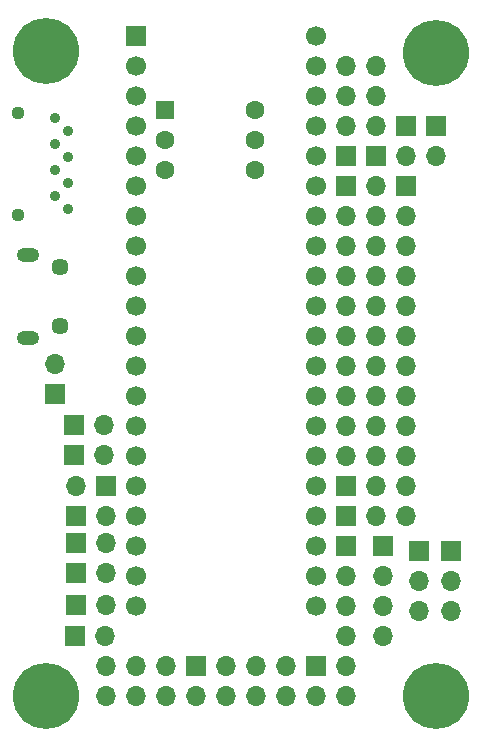
<source format=gbr>
%TF.GenerationSoftware,KiCad,Pcbnew,7.0.7*%
%TF.CreationDate,2023-11-03T20:36:06-04:00*%
%TF.ProjectId,DaisySeedBreakout,44616973-7953-4656-9564-427265616b6f,rev?*%
%TF.SameCoordinates,Original*%
%TF.FileFunction,Soldermask,Bot*%
%TF.FilePolarity,Negative*%
%FSLAX46Y46*%
G04 Gerber Fmt 4.6, Leading zero omitted, Abs format (unit mm)*
G04 Created by KiCad (PCBNEW 7.0.7) date 2023-11-03 20:36:06*
%MOMM*%
%LPD*%
G01*
G04 APERTURE LIST*
%ADD10R,1.700000X1.700000*%
%ADD11O,1.700000X1.700000*%
%ADD12C,5.600000*%
%ADD13C,1.700000*%
%ADD14R,1.600000X1.600000*%
%ADD15C,1.600000*%
%ADD16O,1.900000X1.200000*%
%ADD17C,1.450000*%
%ADD18C,0.914400*%
%ADD19C,1.117600*%
G04 APERTURE END LIST*
D10*
%TO.C,J6*%
X132832544Y-63938518D03*
D11*
X132832544Y-61398518D03*
%TD*%
D12*
%TO.C,H4*%
X165100000Y-35052000D03*
%TD*%
D10*
%TO.C,J17*%
X134620000Y-74250898D03*
D11*
X137160000Y-74250898D03*
%TD*%
D12*
%TO.C,H2*%
X165100000Y-89535000D03*
%TD*%
D10*
%TO.C,J16*%
X165100000Y-41275000D03*
D11*
X165100000Y-43815000D03*
%TD*%
D10*
%TO.C,J24*%
X162542600Y-46355000D03*
D11*
X162542600Y-48895000D03*
X162542600Y-51435000D03*
X162542600Y-53975000D03*
X162542600Y-56515000D03*
X162542600Y-59055000D03*
X162542600Y-61595000D03*
X162542600Y-64135000D03*
X162542600Y-66675000D03*
X162542600Y-69215000D03*
%TD*%
D10*
%TO.C,A1*%
X139700000Y-33655000D03*
D13*
X139700000Y-36195000D03*
X139700000Y-38735000D03*
X139700000Y-41275000D03*
X139700000Y-43815000D03*
X139700000Y-46355000D03*
X139700000Y-48895000D03*
X139700000Y-51435000D03*
X139700000Y-53975000D03*
X139700000Y-56515000D03*
X139700000Y-59055000D03*
X139700000Y-61595000D03*
X139700000Y-64135000D03*
X139700000Y-66675000D03*
X139700000Y-69215000D03*
X139700000Y-71755000D03*
X139700000Y-74295000D03*
X139700000Y-76835000D03*
X139700000Y-79375000D03*
X139700000Y-81915000D03*
X154940000Y-81915000D03*
X154940000Y-79375000D03*
X154940000Y-76835000D03*
X154940000Y-74295000D03*
X154940000Y-71755000D03*
X154940000Y-69215000D03*
X154940000Y-66675000D03*
X154940000Y-64135000D03*
X154940000Y-61595000D03*
X154940000Y-59055000D03*
X154940000Y-56515000D03*
X154940000Y-53975000D03*
X154940000Y-51435000D03*
X154940000Y-48895000D03*
X154940000Y-46355000D03*
X154940000Y-43815000D03*
X154940000Y-41275000D03*
X154940000Y-38735000D03*
X154940000Y-36195000D03*
X154940000Y-33655000D03*
%TD*%
D10*
%TO.C,J19*%
X157480000Y-76835000D03*
D11*
X157480000Y-79375000D03*
X157480000Y-81915000D03*
X157480000Y-84455000D03*
X157480000Y-86995000D03*
X157480000Y-89535000D03*
%TD*%
D10*
%TO.C,J7*%
X160655000Y-76835000D03*
D11*
X160655000Y-79375000D03*
X160655000Y-81915000D03*
X160655000Y-84455000D03*
%TD*%
D10*
%TO.C,J14*%
X157480000Y-71755000D03*
D11*
X160020000Y-71755000D03*
X162560000Y-71755000D03*
%TD*%
D10*
%TO.C,J9*%
X162560000Y-41275000D03*
D11*
X162560000Y-43815000D03*
%TD*%
D10*
%TO.C,J1*%
X163678752Y-77233367D03*
D11*
X163678752Y-79773367D03*
X163678752Y-82313367D03*
%TD*%
D10*
%TO.C,J3*%
X166345752Y-77233367D03*
D11*
X166345752Y-79773367D03*
X166345752Y-82313367D03*
%TD*%
D10*
%TO.C,J20*%
X160020000Y-43805000D03*
D11*
X160020000Y-41265000D03*
X160020000Y-38725000D03*
X160020000Y-36185000D03*
%TD*%
D10*
%TO.C,J13*%
X134620000Y-76572778D03*
D11*
X137160000Y-76572778D03*
%TD*%
D14*
%TO.C,U1*%
X142138400Y-39902200D03*
D15*
X142138400Y-42442200D03*
X142138400Y-44982200D03*
X149758400Y-44982200D03*
X149758400Y-42442200D03*
X149758400Y-39902200D03*
%TD*%
D10*
%TO.C,J10*%
X157480000Y-74295000D03*
D11*
X160020000Y-74295000D03*
X162560000Y-74295000D03*
%TD*%
D10*
%TO.C,J2*%
X134575748Y-84410898D03*
D11*
X137115748Y-84410898D03*
%TD*%
D10*
%TO.C,J11*%
X134620000Y-81788000D03*
D11*
X137160000Y-81788000D03*
%TD*%
D10*
%TO.C,J23*%
X157480000Y-46355000D03*
D11*
X160020000Y-46355000D03*
X157480000Y-48895000D03*
X160020000Y-48895000D03*
X157480000Y-51435000D03*
X160020000Y-51435000D03*
X157480000Y-53975000D03*
X160020000Y-53975000D03*
X157480000Y-56515000D03*
X160020000Y-56515000D03*
X157480000Y-59055000D03*
X160020000Y-59055000D03*
X157480000Y-61595000D03*
X160020000Y-61595000D03*
X157480000Y-64135000D03*
X160020000Y-64135000D03*
X157480000Y-66675000D03*
X160020000Y-66675000D03*
X157480000Y-69215000D03*
X160020000Y-69215000D03*
%TD*%
D10*
%TO.C,J26*%
X134500654Y-66548000D03*
D11*
X137040654Y-66548000D03*
%TD*%
D10*
%TO.C,J8*%
X137160000Y-71710898D03*
D11*
X134620000Y-71710898D03*
%TD*%
D10*
%TO.C,J12*%
X134620000Y-79112778D03*
D11*
X137160000Y-79112778D03*
%TD*%
D12*
%TO.C,H3*%
X132080000Y-89535000D03*
%TD*%
D10*
%TO.C,J5*%
X157480000Y-43805000D03*
D11*
X157480000Y-41265000D03*
X157480000Y-38725000D03*
X157480000Y-36185000D03*
%TD*%
D16*
%TO.C,J15*%
X130556000Y-52181760D03*
D17*
X133256000Y-53181760D03*
X133256000Y-58181760D03*
D16*
X130556000Y-59181760D03*
%TD*%
D12*
%TO.C,H1*%
X132080000Y-34925000D03*
%TD*%
D10*
%TO.C,J25*%
X134500654Y-69088000D03*
D11*
X137040654Y-69088000D03*
%TD*%
D18*
%TO.C,J4*%
X132892800Y-40624399D03*
X133992800Y-41724399D03*
X132892800Y-42824400D03*
X133992800Y-43924400D03*
X132892800Y-45024398D03*
X133992800Y-46124398D03*
X132892800Y-47224398D03*
X133992800Y-48324399D03*
D19*
X129722799Y-40174398D03*
X129722799Y-48774399D03*
%TD*%
D10*
%TO.C,J18*%
X154940000Y-86995000D03*
D11*
X154940000Y-89535000D03*
X152400000Y-86995000D03*
X152400000Y-89535000D03*
X149860000Y-86995000D03*
X149860000Y-89535000D03*
X147320000Y-86995000D03*
X147320000Y-89535000D03*
%TD*%
D10*
%TO.C,J21*%
X144780000Y-86995000D03*
D11*
X144780000Y-89535000D03*
X142240000Y-86995000D03*
X142240000Y-89535000D03*
X139700000Y-86995000D03*
X139700000Y-89535000D03*
X137160000Y-86995000D03*
X137160000Y-89535000D03*
%TD*%
M02*

</source>
